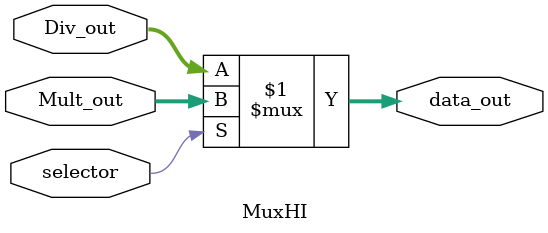
<source format=v>
module MuxHI (
    input wire selector,
    input wire [31:0] Div_out,
    input wire [31:0] Mult_out,

    output wire [31:0] data_out
);

    assign data_out = (selector) ? Mult_out: Div_out;
    
endmodule
</source>
